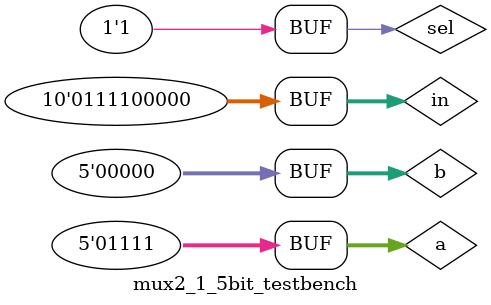
<source format=sv>
`timescale 1ns/10ps

module mux2_1_5bit (sel, in, out);
	input logic sel;
	input logic [9:0] in;
	output logic [4:0] out;
	
	genvar i;
	generate
		for (i = 0; i < 5; i++) begin : eachMux
			mux2_1 m (.sel(sel), .in({in[i+5], in[i]}), .out(out[i]));
		end
	endgenerate
endmodule

module mux2_1_5bit_testbench();
	logic [9:0] in; 
	logic [4:0] out;
	logic sel;
	
	mux2_1_5bit dut (.sel, .in, .out);
	
	logic [4:0] a, b;
	
	assign a = 5'hf;
	assign b = 5'h0;
	
	initial begin 
		in = {a, b};
		sel = 0; #10;
		sel = 1;	#10;
	end
endmodule

</source>
